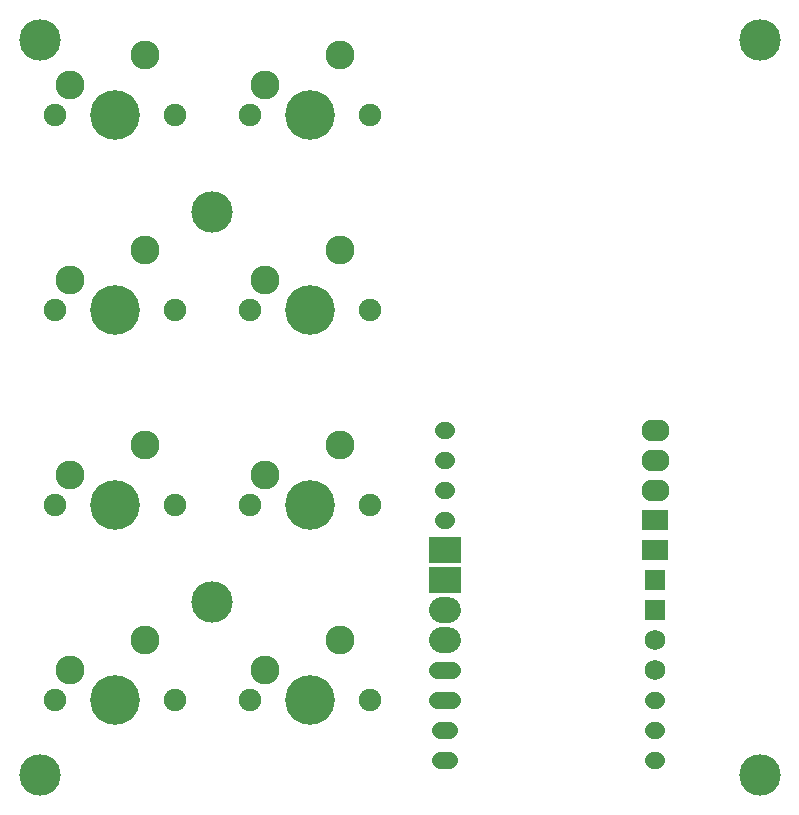
<source format=gts>
G75*
%MOIN*%
%OFA0B0*%
%FSLAX25Y25*%
%IPPOS*%
%LPD*%
%AMOC8*
5,1,8,0,0,1.08239X$1,22.5*
%
%ADD10C,0.16548*%
%ADD11C,0.07493*%
%ADD12C,0.09658*%
%ADD13C,0.13800*%
%ADD14R,0.06800X0.06800*%
%ADD15C,0.06800*%
%ADD16R,0.08800X0.06800*%
%ADD17C,0.05576*%
%ADD18C,0.05800*%
%ADD19C,0.08800*%
%ADD20R,0.10800X0.08800*%
D10*
X0037250Y0041650D03*
X0037250Y0106650D03*
X0037250Y0171650D03*
X0037250Y0236650D03*
X0102250Y0236650D03*
X0102250Y0171650D03*
X0102250Y0106650D03*
X0102250Y0041650D03*
D11*
X0082250Y0041650D03*
X0057250Y0041650D03*
X0017250Y0041650D03*
X0017250Y0106650D03*
X0057250Y0106650D03*
X0082250Y0106650D03*
X0122250Y0106650D03*
X0122250Y0041650D03*
X0122250Y0171650D03*
X0082250Y0171650D03*
X0057250Y0171650D03*
X0017250Y0171650D03*
X0017250Y0236650D03*
X0057250Y0236650D03*
X0082250Y0236650D03*
X0122250Y0236650D03*
D12*
X0112250Y0256650D03*
X0087250Y0246650D03*
X0047250Y0256650D03*
X0022250Y0246650D03*
X0047250Y0191650D03*
X0022250Y0181650D03*
X0047250Y0126650D03*
X0022250Y0116650D03*
X0047250Y0061650D03*
X0022250Y0051650D03*
X0087250Y0051650D03*
X0112250Y0061650D03*
X0087250Y0116650D03*
X0112250Y0126650D03*
X0087250Y0181650D03*
X0112250Y0191650D03*
D13*
X0012250Y0016650D03*
X0069750Y0074150D03*
X0069750Y0204150D03*
X0012250Y0261650D03*
X0252250Y0261650D03*
X0252250Y0016650D03*
D14*
X0217250Y0071650D03*
X0217250Y0081650D03*
D15*
X0217250Y0061650D03*
X0217250Y0051650D03*
D16*
X0217250Y0091650D03*
X0217250Y0101650D03*
D17*
X0215638Y0112262D02*
X0218862Y0112262D01*
X0218862Y0111038D01*
X0215638Y0111038D01*
X0215638Y0112262D01*
X0215638Y0122262D02*
X0218862Y0122262D01*
X0218862Y0121038D01*
X0215638Y0121038D01*
X0215638Y0122262D01*
X0215638Y0132262D02*
X0218862Y0132262D01*
X0218862Y0131038D01*
X0215638Y0131038D01*
X0215638Y0132262D01*
D18*
X0147750Y0131650D02*
X0146750Y0131650D01*
X0146750Y0121650D02*
X0147750Y0121650D01*
X0147750Y0111650D02*
X0146750Y0111650D01*
X0146750Y0101650D02*
X0147750Y0101650D01*
X0149750Y0051650D02*
X0144750Y0051650D01*
X0144750Y0041650D02*
X0149750Y0041650D01*
X0148750Y0031650D02*
X0145750Y0031650D01*
X0145750Y0021650D02*
X0148750Y0021650D01*
X0216750Y0021650D02*
X0217750Y0021650D01*
X0217750Y0031650D02*
X0216750Y0031650D01*
X0216750Y0041650D02*
X0217750Y0041650D01*
D19*
X0148250Y0061650D02*
X0146250Y0061650D01*
X0146250Y0071650D02*
X0148250Y0071650D01*
D20*
X0147250Y0081650D03*
X0147250Y0091650D03*
M02*

</source>
